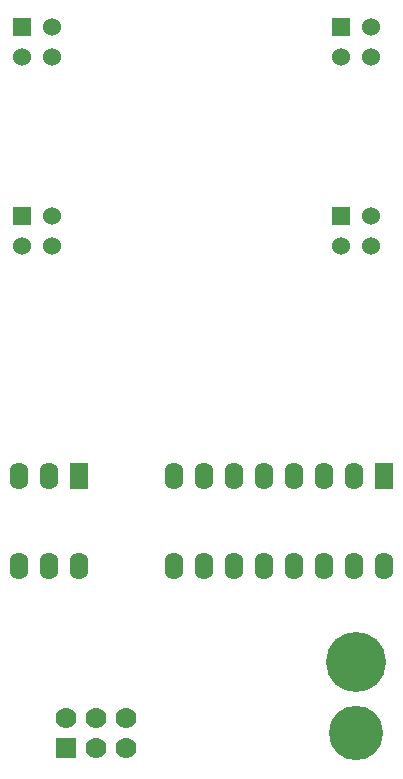
<source format=gts>
G04 (created by PCBNEW (2013-mar-13)-testing) date Wed 23 Jul 2014 10:48:42 AM PDT*
%MOIN*%
G04 Gerber Fmt 3.4, Leading zero omitted, Abs format*
%FSLAX34Y34*%
G01*
G70*
G90*
G04 APERTURE LIST*
%ADD10C,0.005906*%
%ADD11R,0.060000X0.060000*%
%ADD12C,0.060000*%
%ADD13R,0.070000X0.070000*%
%ADD14C,0.070000*%
%ADD15C,0.200000*%
%ADD16C,0.181100*%
%ADD17R,0.062000X0.090000*%
%ADD18O,0.062000X0.090000*%
G04 APERTURE END LIST*
G54D10*
G54D11*
X21744Y-24500D03*
G54D12*
X22744Y-24500D03*
X21744Y-25500D03*
X22744Y-25500D03*
G54D11*
X21744Y-30799D03*
G54D12*
X22744Y-30799D03*
X21744Y-31799D03*
X22744Y-31799D03*
G54D11*
X32374Y-24500D03*
G54D12*
X33374Y-24500D03*
X32374Y-25500D03*
X33374Y-25500D03*
G54D11*
X32374Y-30799D03*
G54D12*
X33374Y-30799D03*
X32374Y-31799D03*
X33374Y-31799D03*
G54D13*
X23212Y-48531D03*
G54D14*
X23212Y-47531D03*
X24212Y-48531D03*
X24212Y-47531D03*
X25212Y-48531D03*
X25212Y-47531D03*
G54D15*
X32874Y-45669D03*
G54D16*
X32874Y-48031D03*
G54D17*
X23637Y-39444D03*
G54D18*
X22637Y-39444D03*
X21637Y-39444D03*
X21637Y-42444D03*
X22637Y-42444D03*
X23637Y-42444D03*
G54D17*
X33814Y-39444D03*
G54D18*
X32814Y-39444D03*
X31814Y-39444D03*
X30814Y-39444D03*
X29814Y-39444D03*
X28814Y-39444D03*
X27814Y-39444D03*
X26814Y-39444D03*
X26814Y-42444D03*
X27814Y-42444D03*
X28814Y-42444D03*
X29814Y-42444D03*
X30814Y-42444D03*
X31814Y-42444D03*
X32814Y-42444D03*
X33814Y-42444D03*
M02*

</source>
